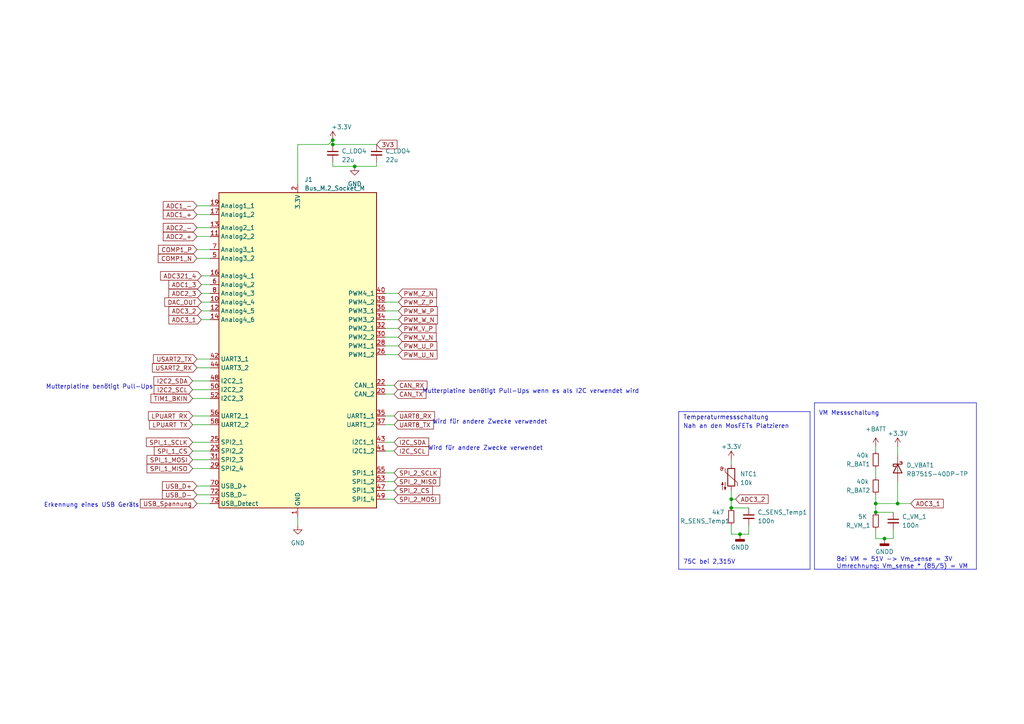
<source format=kicad_sch>
(kicad_sch (version 20230121) (generator eeschema)
  (paper "A4")
  (lib_symbols
    (symbol "Device:C_Small" (pin_numbers hide) (pin_names (offset 0.254) hide)
      (property "Reference" "C" (at 0.254 1.778 0))
      (property "Value" "C_Small" (at 0.254 -2.032 0))
      (symbol "C_Small_0_1"
        (polyline (pts (xy -1.524 -0.508) (xy 1.524 -0.508)) (stroke (width 0.3302)))
        (polyline (pts (xy -1.524 0.508) (xy 1.524 0.508)) (stroke (width 0.3048)))
      )
      (symbol "C_Small_1_1"
        (pin passive line (at 0 2.54 270) (length 2.032) (name "~") (number "1"))
        (pin passive line (at 0 -2.54 90) (length 2.032) (name "~") (number "2"))
      )
    )
    (symbol "Device:D_Schottky" (pin_numbers hide) (pin_names (offset 1.016) hide)
      (property "Reference" "D" (at 0 2.54 0))
      (property "Value" "D_Schottky" (at 0 -2.54 0))
      (symbol "D_Schottky_0_1"
        (polyline (pts (xy 1.27 0) (xy -1.27 0)))
        (polyline (pts (xy 1.27 1.27) (xy 1.27 -1.27) (xy -1.27 0) (xy 1.27 1.27)) (stroke (width 0.254)))
        (polyline (pts (xy -1.905 0.635) (xy -1.905 1.27) (xy -1.27 1.27) (xy -1.27 -1.27) (xy -0.635 -1.27) (xy -0.635 -0.635)) (stroke (width 0.254)))
      )
      (symbol "D_Schottky_1_1"
        (pin passive line (at -3.81 0 0) (length 2.54) (name "K") (number "1"))
        (pin passive line (at 3.81 0 180) (length 2.54) (name "A") (number "2"))
      )
    )
    (symbol "Device:R_Small" (pin_numbers hide) (pin_names (offset 0.254) hide)
      (property "Reference" "R" (at 0.762 0.508 0))
      (property "Value" "R_Small" (at 0.762 -1.016 0))
      (symbol "R_Small_0_1"
        (rectangle (start -0.762 1.778) (end 0.762 -1.778) (stroke (width 0.2032)))
      )
      (symbol "R_Small_1_1"
        (pin passive line (at 0 2.54 270) (length 0.762) (name "~") (number "1"))
        (pin passive line (at 0 -2.54 90) (length 0.762) (name "~") (number "2"))
      )
    )
    (symbol "Device:Thermistor_NTC" (pin_numbers hide) (pin_names (offset 0))
      (property "Reference" "TH" (at -4.445 0 90))
      (property "Value" "Thermistor_NTC" (at 3.175 0 90))
      (symbol "Thermistor_NTC_0_1"
        (arc (start -3.048 2.159) (mid -3.0505 2.3165) (end -3.175 2.413))
        (arc (start -3.048 2.159) (mid -2.9736 1.9794) (end -2.794 1.905))
        (arc (start -3.048 2.794) (mid -2.9736 2.6144) (end -2.794 2.54))
        (arc (start -2.794 1.905) (mid -2.6144 1.9794) (end -2.54 2.159))
        (arc (start -2.794 2.54) (mid -2.434 2.5608) (end -2.159 2.794))
        (arc (start -2.794 3.048) (mid -2.9736 2.9736) (end -3.048 2.794))
        (arc (start -2.54 2.794) (mid -2.6144 2.9736) (end -2.794 3.048))
        (rectangle (start -1.016 2.54) (end 1.016 -2.54) (stroke (width 0.254)))
        (polyline (pts (xy -2.54 2.159) (xy -2.54 2.794)))
        (polyline (pts (xy -1.778 2.54) (xy -1.778 1.524) (xy 1.778 -1.524) (xy 1.778 -2.54)))
        (polyline (pts (xy -2.54 -3.683) (xy -2.54 -1.397) (xy -2.794 -2.159) (xy -2.286 -2.159) (xy -2.54 -1.397) (xy -2.54 -1.651)) (fill (type outline)))
        (polyline (pts (xy -1.778 -1.397) (xy -1.778 -3.683) (xy -2.032 -2.921) (xy -1.524 -2.921) (xy -1.778 -3.683) (xy -1.778 -3.429)) (fill (type outline)))
      )
      (symbol "Thermistor_NTC_1_1"
        (pin passive line (at 0 3.81 270) (length 1.27) (name "~") (number "1"))
        (pin passive line (at 0 -3.81 90) (length 1.27) (name "~") (number "2"))
      )
    )
    (symbol "Eigen_Kreationen:Bus_M.2_Socket_M_alle_Pins"
      (property "Reference" "J" (at -22.86 46.99 0))
      (property "Value" "Bus_M.2_Socket_M" (at 16.51 46.99 0))
      (symbol "Bus_M.2_Socket_M_alle_Pins_0_1"
        (rectangle (start -22.86 45.72) (end 22.86 -45.72) (stroke (width 0.254)) (fill (type background)))
      )
      (symbol "Bus_M.2_Socket_M_alle_Pins_1_1"
        (pin power_in line (at 0 -48.26 90) (length 2.54) (name "GND") (number "1"))
        (pin input line (at -25.4 13.97 0) (length 2.54) (name "Analog4_4") (number "10"))
        (pin output line (at -25.4 33.02 0) (length 2.54) (name "Analog2_2") (number "11"))
        (pin passive line (at -25.4 11.43 0) (length 2.54) (name "Analog4_5") (number "12"))
        (pin output line (at -25.4 35.56 0) (length 2.54) (name "Analog2_1") (number "13"))
        (pin passive line (at -25.4 8.89 0) (length 2.54) (name "Analog4_6") (number "14"))
        (pin passive line (at 0 -48.26 90) (length 2.54) hide (name "GND") (number "15"))
        (pin passive line (at -25.4 21.59 0) (length 2.54) (name "Analog4_1") (number "16"))
        (pin input line (at -25.4 39.37 0) (length 2.54) (name "Analog1_2") (number "17"))
        (pin passive line (at 0 -48.26 90) (length 2.54) hide (name "GND") (number "18"))
        (pin input line (at -25.4 41.91 0) (length 2.54) (name "Analog1_1") (number "19"))
        (pin power_in line (at 0 48.26 270) (length 2.54) (name "3.3V") (number "2"))
        (pin input line (at 25.4 -12.7 180) (length 2.54) (name "CAN_2") (number "20"))
        (pin passive line (at 0 -48.26 90) (length 2.54) hide (name "GND") (number "21"))
        (pin input line (at 25.4 -10.16 180) (length 2.54) (name "CAN_1") (number "22"))
        (pin output line (at -25.4 -29.21 0) (length 2.54) (name "SPI2_2") (number "23"))
        (pin input line (at 0 -48.26 90) (length 2.54) hide (name "GND") (number "24"))
        (pin output line (at -25.4 -26.67 0) (length 2.54) (name "SPI2_1") (number "25"))
        (pin bidirectional line (at 25.4 -1.27 180) (length 2.54) (name "PWM1_2") (number "26"))
        (pin passive line (at 0 -48.26 90) (length 2.54) hide (name "GND") (number "27"))
        (pin output line (at 25.4 1.27 180) (length 2.54) (name "PWM1_1") (number "28"))
        (pin input line (at -25.4 -34.29 0) (length 2.54) (name "SPI2_4") (number "29"))
        (pin passive line (at 0 -48.26 90) (length 2.54) hide (name "GND") (number "3"))
        (pin output line (at 25.4 3.81 180) (length 2.54) (name "PWM2_2") (number "30"))
        (pin input line (at -25.4 -31.75 0) (length 2.54) (name "SPI2_3") (number "31"))
        (pin input line (at 25.4 6.35 180) (length 2.54) (name "PWM2_1") (number "32"))
        (pin passive line (at 0 -48.26 90) (length 2.54) hide (name "GND") (number "33"))
        (pin output line (at 25.4 8.89 180) (length 2.54) (name "PWM3_2") (number "34"))
        (pin output line (at 25.4 -19.05 180) (length 2.54) (name "UART1_1") (number "35"))
        (pin output line (at 25.4 11.43 180) (length 2.54) (name "PWM3_1") (number "36"))
        (pin output line (at 25.4 -21.59 180) (length 2.54) (name "UART1_2") (number "37"))
        (pin output line (at 25.4 13.97 180) (length 2.54) (name "PWM4_2") (number "38"))
        (pin passive line (at 0 -48.26 90) (length 2.54) hide (name "GND") (number "39"))
        (pin power_in line (at 0 48.26 270) (length 2.54) hide (name "3.3V") (number "4"))
        (pin output line (at 25.4 16.51 180) (length 2.54) (name "PWM4_1") (number "40"))
        (pin input line (at 25.4 -29.21 180) (length 2.54) (name "I2C1_2") (number "41"))
        (pin input line (at -25.4 -2.54 0) (length 2.54) (name "UART3_1") (number "42"))
        (pin input line (at 25.4 -26.67 180) (length 2.54) (name "I2C1_1") (number "43"))
        (pin input line (at -25.4 -5.08 0) (length 2.54) (name "UART3_2") (number "44"))
        (pin passive line (at 0 -48.26 90) (length 2.54) hide (name "GND") (number "45"))
        (pin power_out line (at 0 -48.26 90) (length 2.54) hide (name "GND") (number "46"))
        (pin output line (at 25.4 -40.64 180) (length 2.54) (name "SPI1_3") (number "47"))
        (pin input line (at -25.4 -8.89 0) (length 2.54) (name "I2C2_1") (number "48"))
        (pin output line (at 25.4 -43.18 180) (length 2.54) (name "SPI1_4") (number "49"))
        (pin input line (at -25.4 26.67 0) (length 2.54) (name "Analog3_2") (number "5"))
        (pin output line (at -25.4 -11.43 0) (length 2.54) (name "I2C2_2") (number "50"))
        (pin passive line (at 0 -48.26 90) (length 2.54) hide (name "GND") (number "51"))
        (pin input line (at -25.4 -13.97 0) (length 2.54) (name "I2C2_3") (number "52"))
        (pin output line (at 25.4 -38.1 180) (length 2.54) (name "SPI1_2") (number "53"))
        (pin power_in line (at 0 -48.26 90) (length 2.54) hide (name "GND") (number "54"))
        (pin output line (at 25.4 -35.56 180) (length 2.54) (name "SPI1_1") (number "55"))
        (pin input line (at -25.4 -19.05 0) (length 2.54) (name "UART2_1") (number "56"))
        (pin passive line (at 0 -48.26 90) (length 2.54) hide (name "GND") (number "57"))
        (pin output line (at -25.4 -21.59 0) (length 2.54) (name "UART2_2") (number "58"))
        (pin output line (at -25.4 19.05 0) (length 2.54) (name "Analog4_2") (number "6"))
        (pin output line (at 0 48.26 270) (length 2.54) hide (name "3.3V") (number "67"))
        (pin input line (at 0 -48.26 90) (length 2.54) hide (name "GND") (number "68"))
        (pin input line (at 0 48.26 270) (length 2.54) hide (name "3.3V") (number "69"))
        (pin input line (at -25.4 29.21 0) (length 2.54) (name "Analog3_1") (number "7"))
        (pin passive line (at -25.4 -39.37 0) (length 2.54) (name "USB_D+") (number "70"))
        (pin passive line (at 0 48.26 270) (length 2.54) hide (name "3.3V") (number "71"))
        (pin passive line (at -25.4 -41.91 0) (length 2.54) (name "USB_D-") (number "72"))
        (pin passive line (at -25.4 -44.45 0) (length 2.54) (name "USB_Detect") (number "73"))
        (pin passive line (at 0 -48.26 90) (length 2.54) hide (name "GND") (number "74"))
        (pin passive line (at 0 -48.26 90) (length 2.54) hide (name "GND") (number "75"))
        (pin output line (at -25.4 16.51 0) (length 2.54) (name "Analog4_3") (number "8"))
        (pin passive line (at 0 -48.26 90) (length 2.54) hide (name "GND") (number "9"))
      )
    )
    (symbol "power:+3.3V" (power) (pin_names (offset 0))
      (property "Value" "+3.3V" (at 0 3.556 0))
      (symbol "+3.3V_0_1"
        (polyline (pts (xy -0.762 1.27) (xy 0 2.54)))
        (polyline (pts (xy 0 0) (xy 0 2.54)))
        (polyline (pts (xy 0 2.54) (xy 0.762 1.27)))
      )
      (symbol "+3.3V_1_1"
        (pin power_in line (at 0 0 90) (length 0) hide (name "+3.3V") (number "1"))
      )
    )
    (symbol "power:+BATT" (power) (pin_names (offset 0))
      (property "Value" "+BATT" (at 0 3.556 0))
      (symbol "+BATT_0_1"
        (polyline (pts (xy -0.762 1.27) (xy 0 2.54)))
        (polyline (pts (xy 0 0) (xy 0 2.54)))
        (polyline (pts (xy 0 2.54) (xy 0.762 1.27)))
      )
      (symbol "+BATT_1_1"
        (pin power_in line (at 0 0 90) (length 0) hide (name "+BATT") (number "1"))
      )
    )
    (symbol "power:GND" (power) (pin_names (offset 0))
      (property "Value" "GND" (at 0 -3.81 0))
      (symbol "GND_0_1"
        (polyline (pts (xy 0 0) (xy 0 -1.27) (xy 1.27 -1.27) (xy 0 -2.54) (xy -1.27 -1.27) (xy 0 -1.27)))
      )
      (symbol "GND_1_1"
        (pin power_in line (at 0 0 270) (length 0) hide (name "GND") (number "1"))
      )
    )
    (symbol "power:GNDD" (power) (pin_names (offset 0))
      (property "Value" "GNDD" (at 0 -3.175 0))
      (symbol "GNDD_0_1"
        (rectangle (start -1.27 -1.524) (end 1.27 -2.032) (stroke (width 0.254)) (fill (type outline)))
        (polyline (pts (xy 0 0) (xy 0 -1.524)))
      )
      (symbol "GNDD_1_1"
        (pin power_in line (at 0 0 270) (length 0) hide (name "GNDD") (number "1"))
      )
    )
  )
  (junction (at 256.54 156.21))
  (junction (at 102.87 48.26))
  (junction (at 254 146.05))
  (junction (at 254 148.59))
  (junction (at 260.35 146.05))
  (junction (at 212.09 147.32))
  (junction (at 214.63 154.94))
  (junction (at 96.52 40.64))
  (junction (at 96.52 41.91))
  (junction (at 212.09 144.78))
  (wire (pts (xy 86.36 41.91) (xy 86.36 53.34)))
  (wire (pts (xy 111.76 90.17) (xy 115.57 90.17)))
  (wire (pts (xy 212.09 152.4) (xy 212.09 154.94)))
  (wire (pts (xy 58.42 82.55) (xy 60.96 82.55)))
  (wire (pts (xy 57.15 143.51) (xy 60.96 143.51)))
  (polyline (pts (xy 196.85 165.1) (xy 234.95 165.1)))
  (wire (pts (xy 111.76 85.09) (xy 115.57 85.09)))
  (wire (pts (xy 55.88 130.81) (xy 60.96 130.81)))
  (wire (pts (xy 260.35 146.05) (xy 254 146.05)))
  (wire (pts (xy 212.09 144.78) (xy 212.09 147.32)))
  (wire (pts (xy 111.76 92.71) (xy 115.57 92.71)))
  (wire (pts (xy 55.88 123.19) (xy 60.96 123.19)))
  (wire (pts (xy 55.88 128.27) (xy 60.96 128.27)))
  (wire (pts (xy 96.52 40.64) (xy 96.52 41.91)))
  (wire (pts (xy 57.15 72.39) (xy 60.96 72.39)))
  (wire (pts (xy 58.42 90.17) (xy 60.96 90.17)))
  (wire (pts (xy 111.76 130.81) (xy 114.3 130.81)))
  (wire (pts (xy 55.88 115.57) (xy 60.96 115.57)))
  (wire (pts (xy 109.22 46.99) (xy 109.22 48.26)))
  (wire (pts (xy 96.52 48.26) (xy 102.87 48.26)))
  (wire (pts (xy 57.15 62.23) (xy 60.96 62.23)))
  (wire (pts (xy 256.54 156.21) (xy 259.08 156.21)))
  (wire (pts (xy 111.76 102.87) (xy 115.57 102.87)))
  (polyline (pts (xy 236.22 116.84) (xy 236.22 165.1)))
  (wire (pts (xy 111.76 123.19) (xy 114.3 123.19)))
  (wire (pts (xy 58.42 80.01) (xy 60.96 80.01)))
  (wire (pts (xy 57.15 140.97) (xy 60.96 140.97)))
  (wire (pts (xy 254 156.21) (xy 256.54 156.21)))
  (wire (pts (xy 58.42 92.71) (xy 60.96 92.71)))
  (wire (pts (xy 111.76 111.76) (xy 114.3 111.76)))
  (wire (pts (xy 55.88 135.89) (xy 60.96 135.89)))
  (wire (pts (xy 111.76 128.27) (xy 114.3 128.27)))
  (wire (pts (xy 212.09 154.94) (xy 214.63 154.94)))
  (wire (pts (xy 58.42 87.63) (xy 60.96 87.63)))
  (polyline (pts (xy 234.95 165.1) (xy 234.95 119.38)))
  (wire (pts (xy 254 130.81) (xy 254 129.54)))
  (wire (pts (xy 86.36 149.86) (xy 86.36 152.4)))
  (wire (pts (xy 111.76 114.3) (xy 114.3 114.3)))
  (wire (pts (xy 111.76 97.79) (xy 115.57 97.79)))
  (wire (pts (xy 259.08 156.21) (xy 259.08 153.67)))
  (wire (pts (xy 57.15 106.68) (xy 60.96 106.68)))
  (wire (pts (xy 254 146.05) (xy 254 148.59)))
  (wire (pts (xy 57.15 66.04) (xy 60.96 66.04)))
  (wire (pts (xy 86.36 41.91) (xy 95.25 41.91)))
  (polyline (pts (xy 236.22 165.1) (xy 283.21 165.1)))
  (wire (pts (xy 111.76 139.7) (xy 114.3 139.7)))
  (polyline (pts (xy 236.22 116.84) (xy 283.21 116.84)))
  (wire (pts (xy 111.76 95.25) (xy 115.57 95.25)))
  (wire (pts (xy 102.87 48.26) (xy 109.22 48.26)))
  (wire (pts (xy 57.15 146.05) (xy 60.96 146.05)))
  (polyline (pts (xy 283.21 165.1) (xy 283.21 116.84)))
  (wire (pts (xy 57.15 74.93) (xy 60.96 74.93)))
  (wire (pts (xy 259.08 148.59) (xy 254 148.59)))
  (wire (pts (xy 58.42 85.09) (xy 60.96 85.09)))
  (wire (pts (xy 57.15 59.69) (xy 60.96 59.69)))
  (wire (pts (xy 214.63 154.94) (xy 217.17 154.94)))
  (wire (pts (xy 111.76 137.16) (xy 114.3 137.16)))
  (wire (pts (xy 96.52 41.91) (xy 109.22 41.91)))
  (wire (pts (xy 57.15 68.58) (xy 60.96 68.58)))
  (wire (pts (xy 57.15 104.14) (xy 60.96 104.14)))
  (wire (pts (xy 260.35 139.7) (xy 260.35 146.05)))
  (wire (pts (xy 260.35 132.08) (xy 260.35 129.54)))
  (wire (pts (xy 254 143.51) (xy 254 146.05)))
  (wire (pts (xy 212.09 142.24) (xy 212.09 144.78)))
  (wire (pts (xy 254 138.43) (xy 254 135.89)))
  (wire (pts (xy 111.76 120.65) (xy 114.3 120.65)))
  (wire (pts (xy 111.76 87.63) (xy 115.57 87.63)))
  (wire (pts (xy 212.09 133.35) (xy 212.09 134.62)))
  (wire (pts (xy 260.35 146.05) (xy 264.16 146.05)))
  (polyline (pts (xy 196.85 119.38) (xy 234.95 119.38)))
  (wire (pts (xy 217.17 154.94) (xy 217.17 152.4)))
  (polyline (pts (xy 196.85 119.38) (xy 196.85 165.1)))
  (wire (pts (xy 55.88 113.03) (xy 60.96 113.03)))
  (wire (pts (xy 55.88 110.49) (xy 60.96 110.49)))
  (wire (pts (xy 55.88 120.65) (xy 60.96 120.65)))
  (wire (pts (xy 217.17 147.32) (xy 212.09 147.32)))
  (wire (pts (xy 55.88 133.35) (xy 60.96 133.35)))
  (wire (pts (xy 96.52 46.99) (xy 96.52 48.26)))
  (wire (pts (xy 111.76 142.24) (xy 114.3 142.24)))
  (wire (pts (xy 111.76 144.78) (xy 114.3 144.78)))
  (wire (pts (xy 254 153.67) (xy 254 156.21)))
  (wire (pts (xy 95.25 41.91) (xy 96.52 40.64)))
  (wire (pts (xy 213.36 144.78) (xy 212.09 144.78)))
  (wire (pts (xy 111.76 100.33) (xy 115.57 100.33)))
  (text "Mutterplatine benötigt Pull-Ups" (at 44.45 113.03 0) (effects (font (size 1.27 1.27)) (justify right bottom)))
  (text "Nah an den MosFETs Platzieren" (at 198.12 124.46 0) (effects (font (size 1.27 1.27)) (justify left bottom)))
  (text "75C bei 2,315V" (at 198.12 163.83 0) (effects (font (size 1.27 1.27)) (justify left bottom)))
  (text "VM Messschaltung" (at 237.49 120.65 0) (effects (font (size 1.27 1.27)) (justify left bottom)))
  (text "Wird für andere Zwecke verwendet" (at 157.48 130.81 0) (effects (font (size 1.27 1.27)) (justify right bottom)))
  (text "Erkennung eines USB Geräts" (at 12.7 147.32 0) (effects (font (size 1.27 1.27)) (justify left bottom)))
  (text "Wird für andere Zwecke verwendet" (at 158.75 123.19 0) (effects (font (size 1.27 1.27)) (justify right bottom)))
  (text "Mutterplatine benötigt Pull-Ups wenn es als I2C verwendet wird" (at 185.42 114.3 0) (effects (font (size 1.27 1.27)) (justify right bottom)))
  (text "Bei VM = 51V -> Vm_sense = 3V\nUmrechnung: Vm_sense * (85/5) = VM" (at 242.57 165.1 0) (effects (font (size 1.27 1.27)) (justify left bottom)))
  (text "Temperaturmessschaltung" (at 198.12 121.92 0) (effects (font (size 1.27 1.27)) (justify left bottom)))
  (global_label "ADC1_3" (shape input) (at 58.42 82.55 180) (property "Intersheetrefs" "${INTERSHEET_REFS}" (effects hide)))
  (global_label "USB_Spannung" (shape input) (at 57.15 146.05 180) (property "Intersheetrefs" "${INTERSHEET_REFS}" (effects hide)))
  (global_label "PWM_W_P" (shape input) (at 115.57 90.17 0) (property "Intersheetrefs" "${INTERSHEET_REFS}" (effects hide)))
  (global_label "ADC1_-" (shape input) (at 57.15 59.69 180) (property "Intersheetrefs" "${INTERSHEET_REFS}" (effects hide)))
  (global_label "SPI_2_SCLK" (shape input) (at 114.3 137.16 0) (property "Intersheetrefs" "${INTERSHEET_REFS}" (effects hide)))
  (global_label "ADC2_-" (shape input) (at 57.15 66.04 180) (property "Intersheetrefs" "${INTERSHEET_REFS}" (effects hide)))
  (global_label "ADC2_3" (shape input) (at 58.42 85.09 180) (property "Intersheetrefs" "${INTERSHEET_REFS}" (effects hide)))
  (global_label "USB_D+" (shape input) (at 57.15 140.97 180) (property "Intersheetrefs" "${INTERSHEET_REFS}" (effects hide)))
  (global_label "PWM_Z_P" (shape input) (at 115.57 87.63 0) (property "Intersheetrefs" "${INTERSHEET_REFS}" (effects hide)))
  (global_label "ADC3_2" (shape input) (at 213.36 144.78 0) (property "Intersheetrefs" "${INTERSHEET_REFS}" (effects hide)))
  (global_label "LPUART TX" (shape input) (at 55.88 123.19 180) (property "Intersheetrefs" "${INTERSHEET_REFS}" (effects hide)))
  (global_label "LPUART RX" (shape input) (at 55.88 120.65 180) (property "Intersheetrefs" "${INTERSHEET_REFS}" (effects hide)))
  (global_label "ADC321_4" (shape input) (at 58.42 80.01 180) (property "Intersheetrefs" "${INTERSHEET_REFS}" (effects hide)))
  (global_label "ADC3_2" (shape input) (at 58.42 90.17 180) (property "Intersheetrefs" "${INTERSHEET_REFS}" (effects hide)))
  (global_label "PWM_V_N" (shape input) (at 115.57 97.79 0) (property "Intersheetrefs" "${INTERSHEET_REFS}" (effects hide)))
  (global_label "PWM_U_N" (shape input) (at 115.57 102.87 0) (property "Intersheetrefs" "${INTERSHEET_REFS}" (effects hide)))
  (global_label "PWM_W_N" (shape input) (at 115.57 92.71 0) (property "Intersheetrefs" "${INTERSHEET_REFS}" (effects hide)))
  (global_label "COMP1_P" (shape input) (at 57.15 72.39 180) (property "Intersheetrefs" "${INTERSHEET_REFS}" (effects hide)))
  (global_label "USART2_RX" (shape input) (at 57.15 106.68 180) (property "Intersheetrefs" "${INTERSHEET_REFS}" (effects hide)))
  (global_label "ADC3_1" (shape input) (at 58.42 92.71 180) (property "Intersheetrefs" "${INTERSHEET_REFS}" (effects hide)))
  (global_label "SPI_1_MOSI" (shape input) (at 55.88 133.35 180) (property "Intersheetrefs" "${INTERSHEET_REFS}" (effects hide)))
  (global_label "3V3" (shape input) (at 109.22 41.91 0) (property "Intersheetrefs" "${INTERSHEET_REFS}" (effects hide)))
  (global_label "PWM_U_P" (shape input) (at 115.57 100.33 0) (property "Intersheetrefs" "${INTERSHEET_REFS}" (effects hide)))
  (global_label "ADC3_1" (shape input) (at 264.16 146.05 0) (property "Intersheetrefs" "${INTERSHEET_REFS}" (effects hide)))
  (global_label "ADC1_+" (shape input) (at 57.15 62.23 180) (property "Intersheetrefs" "${INTERSHEET_REFS}" (effects hide)))
  (global_label "USB_D-" (shape input) (at 57.15 143.51 180) (property "Intersheetrefs" "${INTERSHEET_REFS}" (effects hide)))
  (global_label "DAC_OUT" (shape input) (at 58.42 87.63 180) (property "Intersheetrefs" "${INTERSHEET_REFS}" (effects hide)))
  (global_label "SPI_2_CS" (shape input) (at 114.3 142.24 0) (property "Intersheetrefs" "${INTERSHEET_REFS}" (effects hide)))
  (global_label "I2C2_SCL" (shape input) (at 55.88 113.03 180) (property "Intersheetrefs" "${INTERSHEET_REFS}" (effects hide)))
  (global_label "SPI_2_MOSI" (shape input) (at 114.3 144.78 0) (property "Intersheetrefs" "${INTERSHEET_REFS}" (effects hide)))
  (global_label "SPI_1_SCLK" (shape input) (at 55.88 128.27 180) (property "Intersheetrefs" "${INTERSHEET_REFS}" (effects hide)))
  (global_label "TIM1_BKIN" (shape input) (at 55.88 115.57 180) (property "Intersheetrefs" "${INTERSHEET_REFS}" (effects hide)))
  (global_label "UART8_RX" (shape input) (at 114.3 120.65 0) (property "Intersheetrefs" "${INTERSHEET_REFS}" (effects hide)))
  (global_label "SPI_1_CS" (shape input) (at 55.88 130.81 180) (property "Intersheetrefs" "${INTERSHEET_REFS}" (effects hide)))
  (global_label "I2C_SDA" (shape input) (at 114.3 128.27 0) (property "Intersheetrefs" "${INTERSHEET_REFS}" (effects hide)))
  (global_label "SPI_2_MISO" (shape input) (at 114.3 139.7 0) (property "Intersheetrefs" "${INTERSHEET_REFS}" (effects hide)))
  (global_label "ADC2_+" (shape input) (at 57.15 68.58 180) (property "Intersheetrefs" "${INTERSHEET_REFS}" (effects hide)))
  (global_label "PWM_V_P" (shape input) (at 115.57 95.25 0) (property "Intersheetrefs" "${INTERSHEET_REFS}" (effects hide)))
  (global_label "UART8_TX" (shape input) (at 114.3 123.19 0) (property "Intersheetrefs" "${INTERSHEET_REFS}" (effects hide)))
  (global_label "I2C2_SDA" (shape input) (at 55.88 110.49 180) (property "Intersheetrefs" "${INTERSHEET_REFS}" (effects hide)))
  (global_label "PWM_Z_N" (shape input) (at 115.57 85.09 0) (property "Intersheetrefs" "${INTERSHEET_REFS}" (effects hide)))
  (global_label "USART2_TX" (shape input) (at 57.15 104.14 180) (property "Intersheetrefs" "${INTERSHEET_REFS}" (effects hide)))
  (global_label "CAN_RX" (shape input) (at 114.3 111.76 0) (property "Intersheetrefs" "${INTERSHEET_REFS}" (effects hide)))
  (global_label "SPI_1_MISO" (shape input) (at 55.88 135.89 180) (property "Intersheetrefs" "${INTERSHEET_REFS}" (effects hide)))
  (global_label "CAN_TX" (shape input) (at 114.3 114.3 0) (property "Intersheetrefs" "${INTERSHEET_REFS}" (effects hide)))
  (global_label "COMP1_N" (shape input) (at 57.15 74.93 180) (property "Intersheetrefs" "${INTERSHEET_REFS}" (effects hide)))
  (global_label "I2C_SCL" (shape input) (at 114.3 130.81 0) (property "Intersheetrefs" "${INTERSHEET_REFS}" (effects hide)))
  (symbol (lib_id "power:+3.3V") (at 212.09 133.35 0) (unit 1)
    (property "Reference" "#PWR0127" (effects hide))
    (property "Value" "+3.3V" (at 212.09 129.54 0))
    (instances (project "Rev1.4" (path "" (reference "#PWR0127") (unit 1))) (project "Infineon_6layer_Treiber" (path "" (reference "#PWR030") (unit 1))))
  )
  (symbol (lib_id "power:+3.3V") (at 96.52 40.64 0) (unit 1)
    (property "Reference" "#PWR040" (effects hide))
    (property "Value" "+3.3V" (at 99.06 36.83 0))
    (instances (project "USB_CAN" (path "" (reference "#PWR040") (unit 1))) (project "MCU_Board" (path "" (reference "#PWR011") (unit 1)) (path "" (reference "#PWR01") (unit 1))) (project "UNI_Projekt" (path "" (reference "#PWR024") (unit 1))) (project "Servo_Steuerung" (path "" (reference "#PWR028") (unit 1)) (path "" (reference "#PWR028") (unit 1))) (project "Infineon_6layer_Treiber" (path "" (reference "#PWR05") (unit 1))) (project "Leistungsteil" (path "" (reference "#PWR02") (unit 1))))
  )
  (symbol (lib_id "Device:C_Small") (at 217.17 149.86 0) (unit 1)
    (property "Reference" "C_SENS_Temp1" (at 219.71 148.59 0) (effects (justify left)))
    (property "Value" "100n" (at 219.71 151.1238 0) (effects (justify left)))
    (property "Footprint" "Capacitor_SMD:C_0402_1005Metric" (effects hide))
  )
  (symbol (lib_id "power:GND") (at 86.36 152.4 0) (unit 1)
    (property "Reference" "#PWR028" (effects hide))
    (property "Value" "GND" (at 86.36 157.48 0))
    (instances (project "USB_CAN" (path "" (reference "#PWR028") (unit 1))) (project "MCU_Board" (path "" (reference "#PWR010") (unit 1)) (path "" (reference "#PWR026") (unit 1))) (project "UNI_Projekt" (path "" (reference "#PWR057") (unit 1))) (project "Sensoren_Kommunikation" (path "" (reference "#PWR060") (unit 1))) (project "MCU Geregelter Tiefsetzsteller" (path "" (reference "#PWR087") (unit 1))) (project "Connector" (path "" (reference "#PWR060") (unit 1))) (project "Servo_Steuerung" (path "" (reference "#PWR060") (unit 1)) (path "" (reference "#PWR03") (unit 1)) (path "" (reference "#PWR031") (unit 1))) (project "Infineon_6layer_Treiber" (path "" (reference "#PWR03") (unit 1))) (project "Leistungsteil" (path "" (reference "#PWR01") (unit 1))))
  )
  (symbol (lib_id "Device:R_Small") (at 254 133.35 0) (unit 1)
    (property "Reference" "R_BAT1" (at 248.92 134.62 0))
    (property "Value" "40k" (at 250.19 132.08 0))
    (property "Footprint" "Resistor_SMD:R_0201_0603Metric" (effects hide))
  )
  (symbol (lib_id "Device:R_Small") (at 212.09 149.86 0) (unit 1)
    (property "Reference" "R_SENS_Temp1" (at 204.47 151.13 0))
    (property "Value" "4k7" (at 208.28 148.59 0))
    (property "Footprint" "Resistor_SMD:R_0402_1005Metric" (effects hide))
  )
  (symbol (lib_id "Device:C_Small") (at 259.08 151.13 0) (unit 1)
    (property "Reference" "C_VM_1" (at 261.62 149.86 0) (effects (justify left)))
    (property "Value" "100n" (at 261.62 152.3938 0) (effects (justify left)))
    (property "Footprint" "Capacitor_SMD:C_0201_0603Metric" (effects hide))
  )
  (symbol (lib_id "Eigen_Kreationen:Bus_M.2_Socket_M_alle_Pins") (at 86.36 101.6 0) (unit 1)
    (property "Reference" "J1" (at 88.3159 52.07 0) (effects (justify left)))
    (property "Value" "Bus_M.2_Socket_M" (at 88.3159 54.61 0) (effects (justify left)))
    (property "Footprint" "UltraLibrarian:APCI0110" (effects hide))
    (property "Datasheet" "http://read.pudn.com/downloads794/doc/project/3133918/PCIe_M.2_Electromechanical_Spec_Rev1.0_Final_11012013_RS_Clean.pdf#page=155" (effects hide))
    (instances (project "MCU_Board" (path "" (reference "J1") (unit 1))) (project "Infineon_6layer_Treiber" (path "" (reference "J7") (unit 1))) (project "Leistungsteil" (path "" (reference "J1") (unit 1))))
  )
  (symbol (lib_id "Device:C_Small") (at 96.52 44.45 0) (unit 1)
    (property "Reference" "C_LDO4" (at 99.06 43.8213 0) (effects (justify left)))
    (property "Value" "22u" (at 99.06 46.3613 0) (effects (justify left)))
    (property "Footprint" "Capacitor_SMD:C_0402_1005Metric" (effects hide))
    (instances (project "USB_CAN" (path "" (reference "C_LDO4") (unit 1))) (project "MCU_Board" (path "" (reference "C_LDO4") (unit 1)) (path "" (reference "C_In1") (unit 1))) (project "UNI_Projekt" (path "" (reference "C_Reset1") (unit 1))) (project "Servo_Steuerung" (path "" (reference "C_Reset1") (unit 1)) (path "" (reference "C_Reset1") (unit 1))) (project "Infineon_6layer_Treiber" (path "" (reference "C_LDO5") (unit 1))) (project "Leistungsteil" (path "" (reference "C_LDO1") (unit 1))))
  )
  (symbol (lib_id "Device:R_Small") (at 254 151.13 0) (unit 1)
    (property "Reference" "R_VM_1" (at 248.92 152.4 0))
    (property "Value" "5K" (at 250.19 149.86 0))
    (property "Footprint" "Resistor_SMD:R_0201_0603Metric" (effects hide))
  )
  (symbol (lib_id "Device:D_Schottky") (at 260.35 135.89 270) (unit 1)
    (property "Reference" "D_VBAT1" (at 262.89 134.9375 90) (effects (justify left)))
    (property "Value" "RB751S-40DP-TP" (at 262.89 137.4775 90) (effects (justify left)))
    (property "Footprint" "Diode_SMD:D_0201_0603Metric" (effects hide))
    (property "Datasheet" "https://lcsc.com/product-detail/Schottky-Barrier-Diodes-SBD_STMicroelectronics-BAT30KFILM_C2926449.html" (effects hide))
  )
  (symbol (lib_id "Device:C_Small") (at 109.22 44.45 0) (unit 1)
    (property "Reference" "C_LDO4" (at 111.76 43.8213 0) (effects (justify left)))
    (property "Value" "22u" (at 111.76 46.3613 0) (effects (justify left)))
    (property "Footprint" "Capacitor_SMD:C_0402_1005Metric" (effects hide))
    (instances (project "USB_CAN" (path "" (reference "C_LDO4") (unit 1))) (project "MCU_Board" (path "" (reference "C_LDO4") (unit 1)) (path "" (reference "C_In2") (unit 1))) (project "UNI_Projekt" (path "" (reference "C_Reset1") (unit 1))) (project "Servo_Steuerung" (path "" (reference "C_Reset1") (unit 1)) (path "" (reference "C_Reset1") (unit 1))) (project "Infineon_6layer_Treiber" (path "" (reference "C_LDO6") (unit 1))) (project "Leistungsteil" (path "" (reference "C_LDO2") (unit 1))))
  )
  (symbol (lib_id "Device:Thermistor_NTC") (at 212.09 138.43 0) (unit 1)
    (property "Reference" "NTC1" (at 214.63 137.4774 0) (effects (justify left)))
    (property "Value" "10k" (at 214.63 140.0174 0) (effects (justify left)))
    (property "Footprint" "Resistor_SMD:R_0402_1005Metric" (effects hide))
    (property "Datasheet" "https://www.mouser.de/ProductDetail/810-NTCG104BH103HT1" (effects hide))
  )
  (symbol (lib_id "power:GNDD") (at 256.54 156.21 0) (unit 1)
    (property "Reference" "#PWR0129" (effects hide))
    (property "Value" "GNDD" (at 256.54 160.02 0))
    (instances (project "Microcontroller" (path "" (reference "#PWR0129") (unit 1))) (project "Infineon_6layer_Treiber" (path "" (reference "#PWR028") (unit 1))) (project "Leistungsteil" (path "" (reference "#PWR058") (unit 1))))
  )
  (symbol (lib_id "Device:R_Small") (at 254 140.97 0) (unit 1)
    (property "Reference" "R_BAT2" (at 248.92 142.24 0))
    (property "Value" "40k" (at 250.19 139.7 0))
    (property "Footprint" "Resistor_SMD:R_0201_0603Metric" (effects hide))
  )
  (symbol (lib_id "power:GND") (at 102.87 48.26 0) (unit 1)
    (property "Reference" "#PWR028" (effects hide))
    (property "Value" "GND" (at 102.87 53.34 0))
    (instances (project "USB_CAN" (path "" (reference "#PWR028") (unit 1))) (project "MCU_Board" (path "" (reference "#PWR010") (unit 1)) (path "" (reference "#PWR02") (unit 1))) (project "UNI_Projekt" (path "" (reference "#PWR057") (unit 1))) (project "Sensoren_Kommunikation" (path "" (reference "#PWR060") (unit 1))) (project "MCU Geregelter Tiefsetzsteller" (path "" (reference "#PWR087") (unit 1))) (project "Connector" (path "" (reference "#PWR060") (unit 1))) (project "Servo_Steuerung" (path "" (reference "#PWR060") (unit 1)) (path "" (reference "#PWR03") (unit 1)) (path "" (reference "#PWR031") (unit 1))) (project "Infineon_6layer_Treiber" (path "" (reference "#PWR026") (unit 1))) (project "Leistungsteil" (path "" (reference "#PWR03") (unit 1))))
  )
  (symbol (lib_id "power:+BATT") (at 254 129.54 0) (unit 1)
    (property "Reference" "#PWR0130" (effects hide))
    (property "Value" "+BATT" (at 254 124.46 0))
    (instances (project "Microcontroller" (path "" (reference "#PWR0130") (unit 1))) (project "Infineon_6layer_Treiber" (path "" (reference "#PWR027") (unit 1))) (project "Leistungsteil" (path "" (reference "#PWR057") (unit 1))))
  )
  (symbol (lib_id "power:GNDD") (at 214.63 154.94 0) (unit 1)
    (property "Reference" "#PWR0126" (effects hide))
    (property "Value" "GNDD" (at 214.63 158.75 0))
    (instances (project "Rev1.4" (path "" (reference "#PWR0126") (unit 1))) (project "Infineon_6layer_Treiber" (path "" (reference "#PWR031") (unit 1))))
  )
  (symbol (lib_id "power:+3.3V") (at 260.35 129.54 0) (unit 1)
    (property "Reference" "#PWR0131" (effects hide))
    (property "Value" "+3.3V" (at 260.35 125.73 0))
    (instances (project "Microcontroller" (path "" (reference "#PWR0131") (unit 1))) (project "Infineon_6layer_Treiber" (path "" (reference "#PWR029") (unit 1))) (project "Leistungsteil" (path "" (reference "#PWR059") (unit 1))))
  )
)
</source>
